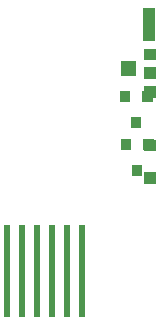
<source format=gbr>
%FSLAX32Y32*%
%MOMM*%
%LNSMD_Maske2*%
G71*
G01*
%LPD*%
G36*
X3442Y3041D02*
X3572Y3041D01*
X3572Y2911D01*
X3442Y2911D01*
X3442Y3041D01*
G37*
G36*
X3712Y2695D02*
X3622Y2695D01*
X3622Y2785D01*
X3712Y2785D01*
X3712Y2695D01*
G37*
G36*
X3522Y2695D02*
X3432Y2695D01*
X3432Y2785D01*
X3522Y2785D01*
X3522Y2695D01*
G37*
G36*
X3617Y2473D02*
X3527Y2473D01*
X3527Y2563D01*
X3617Y2563D01*
X3617Y2473D01*
G37*
G36*
X3720Y2290D02*
X3630Y2290D01*
X3630Y2380D01*
X3720Y2380D01*
X3720Y2290D01*
G37*
G36*
X3530Y2290D02*
X3440Y2290D01*
X3440Y2380D01*
X3530Y2380D01*
X3530Y2290D01*
G37*
G36*
X3625Y2068D02*
X3535Y2068D01*
X3535Y2158D01*
X3625Y2158D01*
X3625Y2068D01*
G37*
G36*
X3639Y2986D02*
X3739Y2986D01*
X3739Y2886D01*
X3639Y2886D01*
X3639Y2986D01*
G37*
G36*
X3639Y2097D02*
X3739Y2097D01*
X3739Y1997D01*
X3639Y1997D01*
X3639Y2097D01*
G37*
G36*
X3639Y2375D02*
X3739Y2375D01*
X3739Y2275D01*
X3639Y2275D01*
X3639Y2375D01*
G37*
G36*
X3639Y2828D02*
X3739Y2828D01*
X3739Y2728D01*
X3639Y2728D01*
X3639Y2828D01*
G37*
G36*
X3639Y3145D02*
X3739Y3145D01*
X3739Y3045D01*
X3639Y3045D01*
X3639Y3145D01*
G37*
G36*
X3632Y3489D02*
X3732Y3489D01*
X3732Y3209D01*
X3632Y3209D01*
X3632Y3489D01*
G37*
G36*
X2452Y1651D02*
X2502Y1651D01*
X2502Y871D01*
X2452Y871D01*
X2452Y1651D01*
G37*
G36*
X2578Y1651D02*
X2628Y1651D01*
X2628Y871D01*
X2578Y871D01*
X2578Y1651D01*
G37*
G36*
X2706Y1651D02*
X2756Y1651D01*
X2756Y871D01*
X2706Y871D01*
X2706Y1651D01*
G37*
G36*
X2832Y1651D02*
X2882Y1651D01*
X2882Y871D01*
X2832Y871D01*
X2832Y1651D01*
G37*
G36*
X2706Y1650D02*
X2756Y1650D01*
X2756Y870D01*
X2706Y870D01*
X2706Y1650D01*
G37*
G36*
X2832Y1650D02*
X2882Y1650D01*
X2882Y870D01*
X2832Y870D01*
X2832Y1650D01*
G37*
G36*
X2960Y1650D02*
X3010Y1650D01*
X3010Y870D01*
X2960Y870D01*
X2960Y1650D01*
G37*
G36*
X3086Y1650D02*
X3136Y1650D01*
X3136Y870D01*
X3086Y870D01*
X3086Y1650D01*
G37*
M02*

</source>
